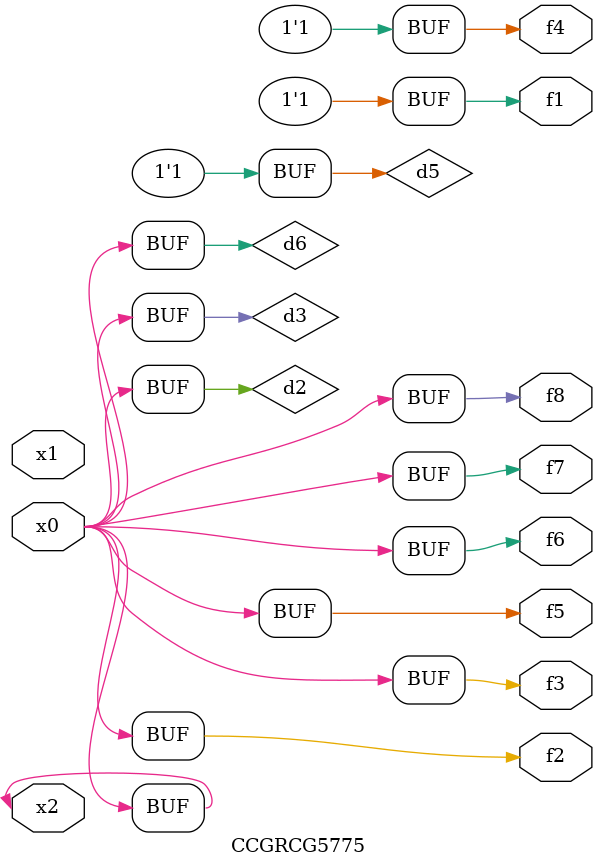
<source format=v>
module CCGRCG5775(
	input x0, x1, x2,
	output f1, f2, f3, f4, f5, f6, f7, f8
);

	wire d1, d2, d3, d4, d5, d6;

	xnor (d1, x2);
	buf (d2, x0, x2);
	and (d3, x0);
	xnor (d4, x1, x2);
	nand (d5, d1, d3);
	buf (d6, d2, d3);
	assign f1 = d5;
	assign f2 = d6;
	assign f3 = d6;
	assign f4 = d5;
	assign f5 = d6;
	assign f6 = d6;
	assign f7 = d6;
	assign f8 = d6;
endmodule

</source>
